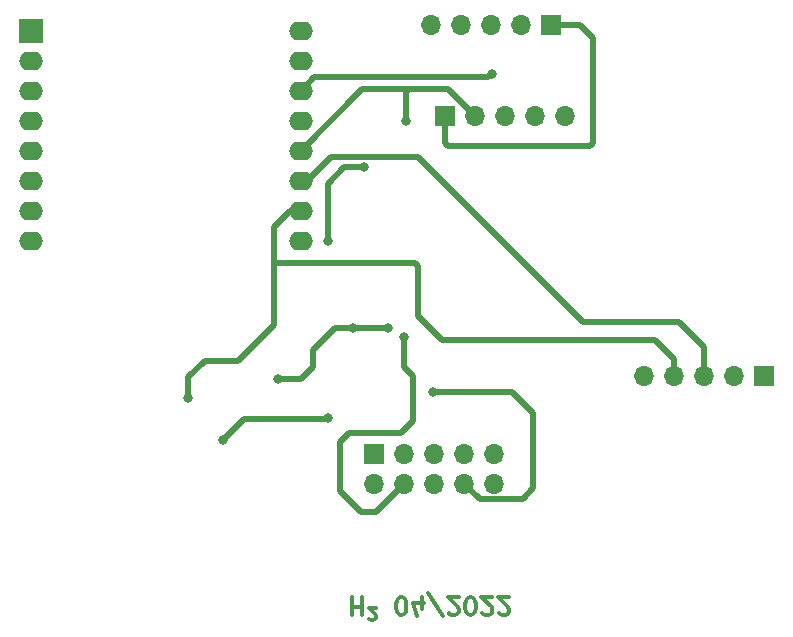
<source format=gbr>
%TF.GenerationSoftware,KiCad,Pcbnew,(6.0.0)*%
%TF.CreationDate,2022-04-16T20:40:41+02:00*%
%TF.ProjectId,bewegungsmelder,62657765-6775-46e6-9773-6d656c646572,rev?*%
%TF.SameCoordinates,Original*%
%TF.FileFunction,Copper,L2,Bot*%
%TF.FilePolarity,Positive*%
%FSLAX46Y46*%
G04 Gerber Fmt 4.6, Leading zero omitted, Abs format (unit mm)*
G04 Created by KiCad (PCBNEW (6.0.0)) date 2022-04-16 20:40:41*
%MOMM*%
%LPD*%
G01*
G04 APERTURE LIST*
%ADD10C,0.300000*%
%TA.AperFunction,NonConductor*%
%ADD11C,0.300000*%
%TD*%
%TA.AperFunction,ComponentPad*%
%ADD12O,1.700000X1.700000*%
%TD*%
%TA.AperFunction,ComponentPad*%
%ADD13R,1.700000X1.700000*%
%TD*%
%TA.AperFunction,ComponentPad*%
%ADD14R,2.000000X2.000000*%
%TD*%
%TA.AperFunction,ComponentPad*%
%ADD15O,2.000000X1.600000*%
%TD*%
%TA.AperFunction,ViaPad*%
%ADD16C,0.800000*%
%TD*%
%TA.AperFunction,Conductor*%
%ADD17C,0.500000*%
%TD*%
G04 APERTURE END LIST*
D10*
D11*
X99910142Y-135846428D02*
X99910142Y-137346428D01*
X99910142Y-136632142D02*
X100767285Y-136632142D01*
X100767285Y-135846428D02*
X100767285Y-137346428D01*
X101410142Y-137703571D02*
X101553000Y-137775000D01*
X101767285Y-137775000D01*
X101910142Y-137703571D01*
X101981571Y-137560714D01*
X101981571Y-137417857D01*
X101910142Y-137275000D01*
X101410142Y-136775000D01*
X101981571Y-136775000D01*
X104053000Y-137346428D02*
X104195857Y-137346428D01*
X104338714Y-137275000D01*
X104410142Y-137203571D01*
X104481571Y-137060714D01*
X104553000Y-136775000D01*
X104553000Y-136417857D01*
X104481571Y-136132142D01*
X104410142Y-135989285D01*
X104338714Y-135917857D01*
X104195857Y-135846428D01*
X104053000Y-135846428D01*
X103910142Y-135917857D01*
X103838714Y-135989285D01*
X103767285Y-136132142D01*
X103695857Y-136417857D01*
X103695857Y-136775000D01*
X103767285Y-137060714D01*
X103838714Y-137203571D01*
X103910142Y-137275000D01*
X104053000Y-137346428D01*
X105838714Y-136846428D02*
X105838714Y-135846428D01*
X105481571Y-137417857D02*
X105124428Y-136346428D01*
X106053000Y-136346428D01*
X107695857Y-137417857D02*
X106410142Y-135489285D01*
X108124428Y-137203571D02*
X108195857Y-137275000D01*
X108338714Y-137346428D01*
X108695857Y-137346428D01*
X108838714Y-137275000D01*
X108910142Y-137203571D01*
X108981571Y-137060714D01*
X108981571Y-136917857D01*
X108910142Y-136703571D01*
X108053000Y-135846428D01*
X108981571Y-135846428D01*
X109910142Y-137346428D02*
X110053000Y-137346428D01*
X110195857Y-137275000D01*
X110267285Y-137203571D01*
X110338714Y-137060714D01*
X110410142Y-136775000D01*
X110410142Y-136417857D01*
X110338714Y-136132142D01*
X110267285Y-135989285D01*
X110195857Y-135917857D01*
X110053000Y-135846428D01*
X109910142Y-135846428D01*
X109767285Y-135917857D01*
X109695857Y-135989285D01*
X109624428Y-136132142D01*
X109553000Y-136417857D01*
X109553000Y-136775000D01*
X109624428Y-137060714D01*
X109695857Y-137203571D01*
X109767285Y-137275000D01*
X109910142Y-137346428D01*
X110981571Y-137203571D02*
X111053000Y-137275000D01*
X111195857Y-137346428D01*
X111553000Y-137346428D01*
X111695857Y-137275000D01*
X111767285Y-137203571D01*
X111838714Y-137060714D01*
X111838714Y-136917857D01*
X111767285Y-136703571D01*
X110910142Y-135846428D01*
X111838714Y-135846428D01*
X112410142Y-137203571D02*
X112481571Y-137275000D01*
X112624428Y-137346428D01*
X112981571Y-137346428D01*
X113124428Y-137275000D01*
X113195857Y-137203571D01*
X113267285Y-137060714D01*
X113267285Y-136917857D01*
X113195857Y-136703571D01*
X112338714Y-135846428D01*
X113267285Y-135846428D01*
D12*
%TO.P,J1,1,Pin_1*%
%TO.N,GND*%
X101854000Y-126238000D03*
%TO.P,J1,2,Pin_2*%
%TO.N,RX_KNX*%
X104394000Y-126238000D03*
%TO.P,J1,3,Pin_3*%
%TO.N,unconnected-(J1-Pad3)*%
X106934000Y-126238000D03*
%TO.P,J1,4,Pin_4*%
%TO.N,TX_KNX*%
X109474000Y-126238000D03*
%TO.P,J1,5,Pin_5*%
%TO.N,+5V*%
X112014000Y-126238000D03*
%TO.P,J1,6,Pin_6*%
%TO.N,unconnected-(J1-Pad6)*%
X112014000Y-123698000D03*
%TO.P,J1,7,Pin_7*%
%TO.N,unconnected-(J1-Pad7)*%
X109474000Y-123698000D03*
%TO.P,J1,8,Pin_8*%
%TO.N,unconnected-(J1-Pad8)*%
X106934000Y-123698000D03*
%TO.P,J1,9,Pin_9*%
%TO.N,unconnected-(J1-Pad9)*%
X104394000Y-123698000D03*
D13*
%TO.P,J1,10,Pin_10*%
%TO.N,unconnected-(J1-Pad10)*%
X101854000Y-123698000D03*
%TD*%
%TO.P,J3,1,Pin_1*%
%TO.N,+3V3*%
X116840000Y-87408000D03*
D12*
%TO.P,J3,2,Pin_2*%
%TO.N,GND*%
X114300000Y-87408000D03*
%TO.P,J3,3,Pin_3*%
%TO.N,SEN_SCL*%
X111760000Y-87408000D03*
%TO.P,J3,4,Pin_4*%
%TO.N,SEN_SDA*%
X109220000Y-87408000D03*
%TO.P,J3,5,Pin_5*%
%TO.N,GND*%
X106680000Y-87408000D03*
%TD*%
D13*
%TO.P,J2,1,Pin_1*%
%TO.N,CDS*%
X134874000Y-117094000D03*
D12*
%TO.P,J2,2,Pin_2*%
%TO.N,+5V*%
X132334000Y-117094000D03*
%TO.P,J2,3,Pin_3*%
%TO.N,RCWL_OUT*%
X129794000Y-117094000D03*
%TO.P,J2,4,Pin_4*%
%TO.N,GND*%
X127254000Y-117094000D03*
%TO.P,J2,5,Pin_5*%
%TO.N,unconnected-(J2-Pad5)*%
X124714000Y-117094000D03*
%TD*%
D14*
%TO.P,U1,1,~{RST}*%
%TO.N,unconnected-(U1-Pad1)*%
X72748000Y-87884000D03*
D15*
%TO.P,U1,2,A0*%
%TO.N,unconnected-(U1-Pad2)*%
X72748000Y-90424000D03*
%TO.P,U1,3,D0*%
%TO.N,unconnected-(U1-Pad3)*%
X72748000Y-92964000D03*
%TO.P,U1,4,SCK/D5*%
%TO.N,unconnected-(U1-Pad4)*%
X72748000Y-95504000D03*
%TO.P,U1,5,MISO/D6*%
%TO.N,unconnected-(U1-Pad5)*%
X72748000Y-98044000D03*
%TO.P,U1,6,MOSI/D7*%
%TO.N,unconnected-(U1-Pad6)*%
X72748000Y-100584000D03*
%TO.P,U1,7,CS/D8*%
%TO.N,unconnected-(U1-Pad7)*%
X72748000Y-103124000D03*
%TO.P,U1,8,3V3*%
%TO.N,+3V3*%
X72748000Y-105664000D03*
%TO.P,U1,9,5V*%
%TO.N,+5V*%
X95608000Y-105664000D03*
%TO.P,U1,10,GND*%
%TO.N,GND*%
X95608000Y-103124000D03*
%TO.P,U1,11,D4*%
%TO.N,RCWL_OUT*%
X95608000Y-100584000D03*
%TO.P,U1,12,D3*%
%TO.N,SEN_OW*%
X95608000Y-98044000D03*
%TO.P,U1,13,SDA/D2*%
%TO.N,SEN_SDA*%
X95608000Y-95504000D03*
%TO.P,U1,14,SCL/D1*%
%TO.N,SEN_SCL*%
X95608000Y-92964000D03*
%TO.P,U1,15,RX*%
%TO.N,TX_ESP*%
X95608000Y-90424000D03*
%TO.P,U1,16,TX*%
%TO.N,RX_ESP*%
X95608000Y-87884000D03*
%TD*%
D13*
%TO.P,J4,1,Pin_1*%
%TO.N,+3V3*%
X107828000Y-95123000D03*
D12*
%TO.P,J4,2,Pin_2*%
%TO.N,SEN_OW*%
X110368000Y-95123000D03*
%TO.P,J4,3,Pin_3*%
%TO.N,SEN_SDA*%
X112908000Y-95123000D03*
%TO.P,J4,4,Pin_4*%
%TO.N,SEN_SCL*%
X115448000Y-95123000D03*
%TO.P,J4,5,Pin_5*%
%TO.N,GND*%
X117988000Y-95123000D03*
%TD*%
D16*
%TO.N,SEN_SCL*%
X111826000Y-91501000D03*
%TO.N,SEN_OW*%
X104521000Y-95504000D03*
%TO.N,+3V3*%
X100076000Y-113030000D03*
%TO.N,GND*%
X86106000Y-118999000D03*
%TO.N,+5V*%
X100965000Y-99441000D03*
X97917000Y-120650000D03*
X97917000Y-105664000D03*
X89027000Y-122555000D03*
%TO.N,RX_KNX*%
X104394000Y-113783000D03*
%TO.N,TX_KNX*%
X106807000Y-118491000D03*
%TO.N,+3V3*%
X93726000Y-117348000D03*
X102997000Y-113030000D03*
%TD*%
D17*
%TO.N,SEN_SCL*%
X96751000Y-91821000D02*
X95608000Y-92964000D01*
X111506000Y-91821000D02*
X96751000Y-91821000D01*
X111826000Y-91501000D02*
X111506000Y-91821000D01*
%TO.N,SEN_OW*%
X104521000Y-93091000D02*
X104775000Y-92837000D01*
X104521000Y-95504000D02*
X104521000Y-93091000D01*
X104775000Y-92837000D02*
X100815000Y-92837000D01*
X108082000Y-92837000D02*
X104775000Y-92837000D01*
X100815000Y-92837000D02*
X95608000Y-98044000D01*
X110368000Y-95123000D02*
X108082000Y-92837000D01*
%TO.N,+3V3*%
X120142000Y-97663000D02*
X108077000Y-97663000D01*
X120396000Y-97409000D02*
X120142000Y-97663000D01*
X108077000Y-97663000D02*
X107828000Y-97414000D01*
X119285000Y-87408000D02*
X120396000Y-88519000D01*
X107828000Y-97414000D02*
X107828000Y-95123000D01*
X116840000Y-87408000D02*
X119285000Y-87408000D01*
X120396000Y-88519000D02*
X120396000Y-97409000D01*
%TO.N,RCWL_OUT*%
X119507000Y-112522000D02*
X127635000Y-112522000D01*
X105537000Y-98552000D02*
X119507000Y-112522000D01*
X127635000Y-112522000D02*
X129794000Y-114681000D01*
X96139000Y-100584000D02*
X98171000Y-98552000D01*
X98171000Y-98552000D02*
X105537000Y-98552000D01*
X129794000Y-114681000D02*
X129794000Y-117094000D01*
X95608000Y-100584000D02*
X96139000Y-100584000D01*
%TO.N,GND*%
X107569000Y-114046000D02*
X105537000Y-112014000D01*
X105283000Y-107569000D02*
X93345000Y-107569000D01*
X125603000Y-114046000D02*
X107569000Y-114046000D01*
X127254000Y-115697000D02*
X125603000Y-114046000D01*
X105537000Y-107823000D02*
X105283000Y-107569000D01*
X127254000Y-117094000D02*
X127254000Y-115697000D01*
X105537000Y-112014000D02*
X105537000Y-107823000D01*
%TO.N,RX_KNX*%
X100711000Y-128651000D02*
X101981000Y-128651000D01*
X101981000Y-128651000D02*
X104394000Y-126238000D01*
X99695000Y-121920000D02*
X98933000Y-122682000D01*
X105156000Y-120904000D02*
X104140000Y-121920000D01*
X105156000Y-117094000D02*
X105156000Y-120904000D01*
X104140000Y-121920000D02*
X99695000Y-121920000D01*
X104394000Y-116332000D02*
X105156000Y-117094000D01*
X98933000Y-122682000D02*
X98933000Y-126873000D01*
X104394000Y-113783000D02*
X104394000Y-116332000D01*
X98933000Y-126873000D02*
X100711000Y-128651000D01*
%TO.N,TX_KNX*%
X110773511Y-127537511D02*
X109474000Y-126238000D01*
X114397489Y-127537511D02*
X110773511Y-127537511D01*
X115316000Y-120269000D02*
X115316000Y-126619000D01*
X106807000Y-118491000D02*
X113538000Y-118491000D01*
X113538000Y-118491000D02*
X115316000Y-120269000D01*
X115316000Y-126619000D02*
X114397489Y-127537511D01*
%TO.N,+5V*%
X90805000Y-120777000D02*
X89027000Y-122555000D01*
X97790000Y-120777000D02*
X90805000Y-120777000D01*
X97917000Y-120650000D02*
X97790000Y-120777000D01*
%TO.N,GND*%
X87503000Y-115824000D02*
X86106000Y-117221000D01*
X93345000Y-107569000D02*
X93345000Y-112776000D01*
X86106000Y-117221000D02*
X86106000Y-118999000D01*
X90297000Y-115824000D02*
X87503000Y-115824000D01*
X93345000Y-112776000D02*
X90297000Y-115824000D01*
X93345000Y-104521000D02*
X94742000Y-103124000D01*
X93345000Y-107569000D02*
X93345000Y-104521000D01*
X94742000Y-103124000D02*
X95608000Y-103124000D01*
%TO.N,+5V*%
X99314000Y-99441000D02*
X97917000Y-100838000D01*
X100965000Y-99441000D02*
X99314000Y-99441000D01*
X97917000Y-100838000D02*
X97917000Y-105664000D01*
%TO.N,+3V3*%
X98425000Y-113157000D02*
X96647000Y-114935000D01*
X102997000Y-113030000D02*
X98552000Y-113030000D01*
X95631000Y-117348000D02*
X93726000Y-117348000D01*
X96647000Y-114935000D02*
X96647000Y-116332000D01*
X96647000Y-116332000D02*
X95631000Y-117348000D01*
X98552000Y-113030000D02*
X98425000Y-113157000D01*
%TD*%
M02*

</source>
